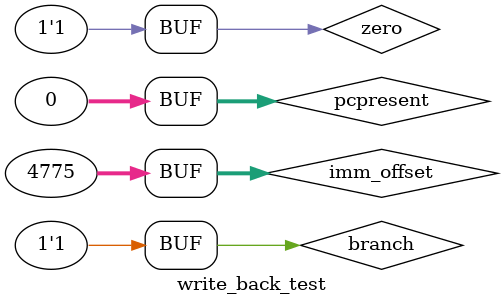
<source format=sv>
`timescale 1ns / 1ps

module write_back_test();

reg branch;
reg zero;
reg[31:0] imm_offset;
reg[31:0] pcpresent;
wire[31:0] pcupdate;

write_back dut(branch,zero,imm_offset,pcpresent,pcupdate);

initial begin
    branch=1'b0;
    zero=1'b0;
    imm_offset = 32'h000012A7;
    pcpresent = 32'h00000000;
    #10;
    branch = 1'b1;
    #10;
    zero = 1'b1;
    #10;
    
end
endmodule

</source>
